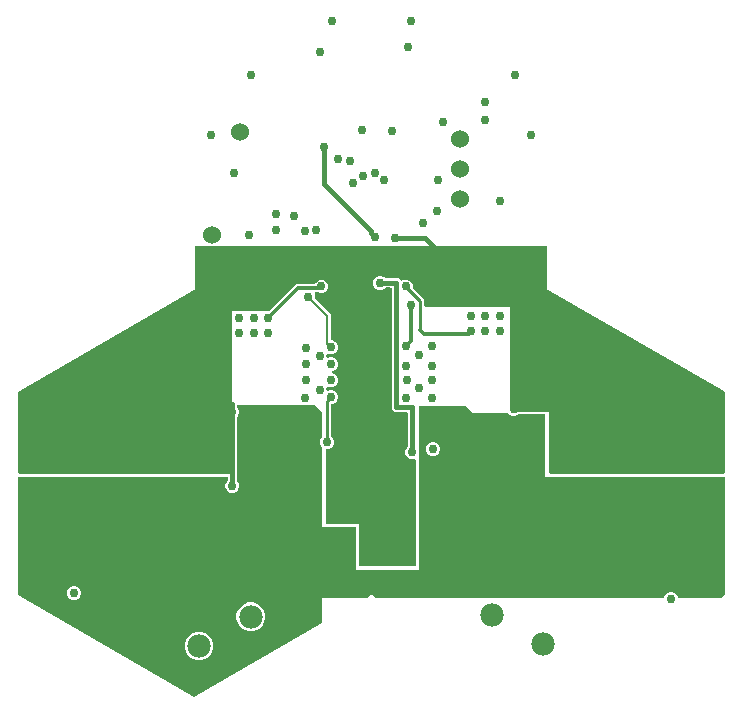
<source format=gbr>
G04 EAGLE Gerber RS-274X export*
G75*
%MOMM*%
%FSLAX34Y34*%
%LPD*%
%INCopper Layer 2*%
%IPPOS*%
%AMOC8*
5,1,8,0,0,1.08239X$1,22.5*%
G01*
%ADD10C,1.530000*%
%ADD11C,1.524000*%
%ADD12C,1.981200*%
%ADD13C,0.756400*%
%ADD14C,0.406400*%
%ADD15C,0.304800*%
%ADD16C,0.254000*%
%ADD17C,0.190500*%

G36*
X-149882Y-85649D02*
X-149882Y-85649D01*
X-149826Y-85651D01*
X-149761Y-85632D01*
X-149693Y-85622D01*
X-149622Y-85591D01*
X-149590Y-85582D01*
X-149573Y-85569D01*
X-149540Y-85555D01*
X-41688Y-23289D01*
X-41636Y-23246D01*
X-41578Y-23211D01*
X-41541Y-23168D01*
X-41498Y-23133D01*
X-41462Y-23076D01*
X-41418Y-23024D01*
X-41397Y-22972D01*
X-41367Y-22924D01*
X-41351Y-22859D01*
X-41326Y-22796D01*
X-41317Y-22717D01*
X-41310Y-22685D01*
X-41311Y-22665D01*
X-41308Y-22629D01*
X-41308Y-1555D01*
X-4247Y-1555D01*
X-4134Y-1537D01*
X-4020Y-1520D01*
X-4011Y-1516D01*
X-4005Y-1515D01*
X-3985Y-1505D01*
X-3867Y-1453D01*
X-710Y369D01*
X-621Y442D01*
X-531Y513D01*
X-525Y521D01*
X-520Y525D01*
X-508Y544D01*
X-495Y563D01*
X-369Y596D01*
X-355Y603D01*
X-339Y605D01*
X-186Y672D01*
X-72Y738D01*
X12Y729D01*
X26Y729D01*
X32Y730D01*
X50Y728D01*
X60Y729D01*
X66Y728D01*
X88Y733D01*
X111Y737D01*
X223Y672D01*
X238Y667D01*
X251Y657D01*
X407Y596D01*
X541Y560D01*
X542Y559D01*
X613Y469D01*
X621Y463D01*
X625Y458D01*
X644Y446D01*
X748Y369D01*
X3904Y-1453D01*
X4012Y-1494D01*
X4118Y-1537D01*
X4128Y-1538D01*
X4134Y-1540D01*
X4157Y-1541D01*
X4285Y-1555D01*
X247540Y-1555D01*
X247655Y-1536D01*
X247771Y-1519D01*
X247776Y-1516D01*
X247783Y-1515D01*
X247885Y-1461D01*
X247990Y-1408D01*
X247994Y-1403D01*
X248000Y-1400D01*
X248080Y-1316D01*
X248162Y-1232D01*
X248166Y-1225D01*
X248169Y-1222D01*
X248177Y-1205D01*
X248243Y-1085D01*
X249071Y913D01*
X250706Y2548D01*
X252843Y3433D01*
X255157Y3433D01*
X257294Y2548D01*
X258929Y913D01*
X259757Y-1085D01*
X259818Y-1184D01*
X259878Y-1285D01*
X259883Y-1289D01*
X259887Y-1294D01*
X259977Y-1369D01*
X260065Y-1445D01*
X260071Y-1447D01*
X260076Y-1451D01*
X260184Y-1493D01*
X260294Y-1537D01*
X260301Y-1537D01*
X260306Y-1539D01*
X260324Y-1540D01*
X260460Y-1555D01*
X295753Y-1555D01*
X295866Y-1537D01*
X295980Y-1520D01*
X295989Y-1516D01*
X295995Y-1515D01*
X296015Y-1505D01*
X296133Y-1453D01*
X298883Y135D01*
X298936Y178D01*
X298994Y212D01*
X299030Y255D01*
X299074Y291D01*
X299110Y348D01*
X299154Y399D01*
X299175Y451D01*
X299204Y499D01*
X299220Y565D01*
X299246Y627D01*
X299254Y706D01*
X299262Y738D01*
X299260Y759D01*
X299264Y794D01*
X299264Y100013D01*
X299261Y100032D01*
X299263Y100052D01*
X299241Y100153D01*
X299224Y100255D01*
X299215Y100273D01*
X299211Y100292D01*
X299158Y100381D01*
X299109Y100473D01*
X299095Y100486D01*
X299085Y100503D01*
X299006Y100571D01*
X298931Y100642D01*
X298913Y100650D01*
X298898Y100663D01*
X298801Y100702D01*
X298708Y100746D01*
X298688Y100748D01*
X298669Y100755D01*
X298503Y100774D01*
X147605Y100774D01*
X147605Y153130D01*
X147602Y153150D01*
X147604Y153170D01*
X147582Y153271D01*
X147565Y153373D01*
X147556Y153391D01*
X147552Y153410D01*
X147499Y153499D01*
X147450Y153590D01*
X147436Y153604D01*
X147426Y153621D01*
X147347Y153689D01*
X147272Y153760D01*
X147254Y153768D01*
X147239Y153781D01*
X147142Y153820D01*
X147049Y153863D01*
X147029Y153866D01*
X147010Y153873D01*
X146844Y153892D01*
X125099Y153892D01*
X125009Y153877D01*
X124918Y153870D01*
X124888Y153857D01*
X124856Y153852D01*
X124775Y153809D01*
X124692Y153773D01*
X124659Y153748D01*
X124639Y153737D01*
X124617Y153713D01*
X124561Y153669D01*
X123919Y153027D01*
X121782Y152142D01*
X119468Y152142D01*
X117331Y153027D01*
X115832Y154526D01*
X115758Y154579D01*
X115689Y154638D01*
X115659Y154650D01*
X115632Y154669D01*
X115545Y154696D01*
X115461Y154730D01*
X115420Y154735D01*
X115397Y154742D01*
X115365Y154741D01*
X115294Y154749D01*
X86040Y154749D01*
X79913Y160876D01*
X79839Y160929D01*
X79770Y160988D01*
X79740Y161001D01*
X79714Y161019D01*
X79627Y161046D01*
X79542Y161080D01*
X79501Y161085D01*
X79478Y161092D01*
X79446Y161091D01*
X79375Y161099D01*
X41275Y161099D01*
X41255Y161096D01*
X41236Y161098D01*
X41134Y161076D01*
X41032Y161059D01*
X41015Y161050D01*
X40995Y161045D01*
X40906Y160992D01*
X40815Y160944D01*
X40801Y160930D01*
X40784Y160919D01*
X40717Y160841D01*
X40646Y160766D01*
X40637Y160748D01*
X40624Y160732D01*
X40585Y160636D01*
X40542Y160543D01*
X40540Y160523D01*
X40532Y160504D01*
X40514Y160338D01*
X40514Y123297D01*
X40519Y123264D01*
X40518Y123251D01*
X40524Y123220D01*
X40525Y123167D01*
X40548Y123087D01*
X40554Y123055D01*
X40563Y123037D01*
X40569Y123015D01*
X40570Y123010D01*
X40571Y123009D01*
X40572Y123006D01*
X40740Y122600D01*
X40740Y120287D01*
X40572Y119881D01*
X40557Y119818D01*
X40532Y119757D01*
X40523Y119674D01*
X40516Y119642D01*
X40517Y119623D01*
X40514Y119590D01*
X40514Y22193D01*
X-12733Y22193D01*
X-12733Y57150D01*
X-12736Y57170D01*
X-12734Y57189D01*
X-12756Y57291D01*
X-12772Y57393D01*
X-12782Y57410D01*
X-12786Y57430D01*
X-12839Y57519D01*
X-12887Y57610D01*
X-12902Y57624D01*
X-12912Y57641D01*
X-12991Y57708D01*
X-13066Y57780D01*
X-13084Y57788D01*
X-13099Y57801D01*
X-13195Y57840D01*
X-13289Y57883D01*
X-13309Y57885D01*
X-13327Y57893D01*
X-13494Y57911D01*
X-41308Y57911D01*
X-41308Y125638D01*
X-41322Y125728D01*
X-41329Y125819D01*
X-41342Y125848D01*
X-41347Y125880D01*
X-41390Y125961D01*
X-41426Y126045D01*
X-41451Y126077D01*
X-41462Y126098D01*
X-41486Y126120D01*
X-41530Y126176D01*
X-42127Y126773D01*
X-43013Y128910D01*
X-43013Y131223D01*
X-42127Y133360D01*
X-41530Y133957D01*
X-41477Y134031D01*
X-41418Y134101D01*
X-41406Y134131D01*
X-41387Y134157D01*
X-41360Y134244D01*
X-41326Y134329D01*
X-41321Y134370D01*
X-41315Y134392D01*
X-41315Y134424D01*
X-41308Y134496D01*
X-41308Y154781D01*
X-41322Y154871D01*
X-41329Y154962D01*
X-41342Y154992D01*
X-41347Y155024D01*
X-41390Y155105D01*
X-41426Y155189D01*
X-41451Y155221D01*
X-41462Y155241D01*
X-41486Y155264D01*
X-41530Y155320D01*
X-47880Y161670D01*
X-47954Y161723D01*
X-48024Y161782D01*
X-48054Y161794D01*
X-48080Y161813D01*
X-48167Y161840D01*
X-48252Y161874D01*
X-48293Y161879D01*
X-48315Y161885D01*
X-48347Y161885D01*
X-48419Y161893D01*
X-53709Y161893D01*
X-53774Y161882D01*
X-53839Y161881D01*
X-53919Y161858D01*
X-53952Y161853D01*
X-53969Y161844D01*
X-54000Y161835D01*
X-54406Y161667D01*
X-56719Y161667D01*
X-57125Y161835D01*
X-57188Y161849D01*
X-57249Y161874D01*
X-57332Y161883D01*
X-57364Y161891D01*
X-57384Y161889D01*
X-57416Y161893D01*
X-112624Y161893D01*
X-112644Y161889D01*
X-112663Y161891D01*
X-112765Y161869D01*
X-112867Y161853D01*
X-112884Y161843D01*
X-112904Y161839D01*
X-112993Y161786D01*
X-113084Y161738D01*
X-113098Y161723D01*
X-113115Y161713D01*
X-113182Y161634D01*
X-113254Y161559D01*
X-113262Y161541D01*
X-113275Y161526D01*
X-113314Y161430D01*
X-113357Y161336D01*
X-113359Y161317D01*
X-113367Y161298D01*
X-113385Y161131D01*
X-113385Y160049D01*
X-113371Y159959D01*
X-113363Y159868D01*
X-113351Y159838D01*
X-113346Y159806D01*
X-113303Y159725D01*
X-113267Y159642D01*
X-113241Y159609D01*
X-113230Y159589D01*
X-113207Y159567D01*
X-113162Y159511D01*
X-112521Y158869D01*
X-111635Y156732D01*
X-111635Y154418D01*
X-112521Y152281D01*
X-113162Y151639D01*
X-113215Y151565D01*
X-113275Y151496D01*
X-113287Y151466D01*
X-113306Y151440D01*
X-113333Y151353D01*
X-113341Y151331D01*
X-113357Y151297D01*
X-113358Y151290D01*
X-113367Y151268D01*
X-113371Y151227D01*
X-113378Y151205D01*
X-113377Y151172D01*
X-113385Y151101D01*
X-113385Y97549D01*
X-113371Y97459D01*
X-113363Y97368D01*
X-113351Y97338D01*
X-113346Y97306D01*
X-113303Y97225D01*
X-113267Y97142D01*
X-113241Y97109D01*
X-113230Y97089D01*
X-113207Y97067D01*
X-113162Y97011D01*
X-112546Y96394D01*
X-111660Y94257D01*
X-111660Y91943D01*
X-112546Y89806D01*
X-114181Y88171D01*
X-116318Y87285D01*
X-118632Y87285D01*
X-120769Y88171D01*
X-122404Y89806D01*
X-123290Y91943D01*
X-123290Y94257D01*
X-122404Y96394D01*
X-121738Y97061D01*
X-121685Y97135D01*
X-121625Y97204D01*
X-121613Y97234D01*
X-121594Y97260D01*
X-121567Y97347D01*
X-121533Y97432D01*
X-121529Y97473D01*
X-121522Y97495D01*
X-121523Y97528D01*
X-121515Y97599D01*
X-121515Y100013D01*
X-121518Y100032D01*
X-121516Y100052D01*
X-121538Y100153D01*
X-121554Y100255D01*
X-121564Y100273D01*
X-121568Y100292D01*
X-121621Y100381D01*
X-121670Y100473D01*
X-121684Y100486D01*
X-121694Y100503D01*
X-121773Y100571D01*
X-121848Y100642D01*
X-121866Y100650D01*
X-121881Y100663D01*
X-121977Y100702D01*
X-122071Y100746D01*
X-122091Y100748D01*
X-122109Y100755D01*
X-122276Y100774D01*
X-298465Y100774D01*
X-298485Y100771D01*
X-298505Y100773D01*
X-298606Y100751D01*
X-298708Y100734D01*
X-298726Y100725D01*
X-298745Y100720D01*
X-298834Y100667D01*
X-298925Y100619D01*
X-298939Y100604D01*
X-298956Y100594D01*
X-299024Y100516D01*
X-299095Y100441D01*
X-299103Y100423D01*
X-299116Y100407D01*
X-299155Y100311D01*
X-299198Y100217D01*
X-299201Y100198D01*
X-299208Y100179D01*
X-299227Y100012D01*
X-299227Y1229D01*
X-299216Y1163D01*
X-299215Y1096D01*
X-299196Y1042D01*
X-299187Y986D01*
X-299155Y927D01*
X-299133Y864D01*
X-299098Y819D01*
X-299072Y769D01*
X-299023Y723D01*
X-298982Y670D01*
X-298917Y622D01*
X-298893Y600D01*
X-298875Y591D01*
X-298847Y570D01*
X-150302Y-85554D01*
X-150238Y-85578D01*
X-150179Y-85612D01*
X-150124Y-85622D01*
X-150072Y-85641D01*
X-150004Y-85644D01*
X-149937Y-85657D01*
X-149882Y-85649D01*
G37*
G36*
X36631Y24939D02*
X36631Y24939D01*
X36749Y24947D01*
X36788Y24959D01*
X36828Y24964D01*
X36939Y25008D01*
X37052Y25045D01*
X37086Y25067D01*
X37124Y25081D01*
X37220Y25151D01*
X37321Y25215D01*
X37348Y25244D01*
X37381Y25268D01*
X37457Y25360D01*
X37539Y25447D01*
X37558Y25482D01*
X37584Y25513D01*
X37635Y25621D01*
X37692Y25725D01*
X37702Y25764D01*
X37719Y25801D01*
X37742Y25918D01*
X37772Y26033D01*
X37775Y26093D01*
X37779Y26113D01*
X37778Y26134D01*
X37782Y26194D01*
X37782Y114434D01*
X37776Y114483D01*
X37778Y114533D01*
X37756Y114640D01*
X37742Y114749D01*
X37724Y114795D01*
X37714Y114844D01*
X37665Y114943D01*
X37625Y115045D01*
X37596Y115085D01*
X37574Y115130D01*
X37503Y115213D01*
X37438Y115302D01*
X37400Y115334D01*
X37367Y115372D01*
X37278Y115435D01*
X37193Y115505D01*
X37148Y115526D01*
X37107Y115555D01*
X37005Y115594D01*
X36905Y115641D01*
X36857Y115650D01*
X36810Y115668D01*
X36701Y115680D01*
X36593Y115700D01*
X36543Y115697D01*
X36494Y115703D01*
X36385Y115687D01*
X36276Y115681D01*
X36228Y115665D01*
X36179Y115658D01*
X36093Y115629D01*
X33768Y115629D01*
X31631Y116514D01*
X29995Y118150D01*
X29110Y120287D01*
X29110Y122600D01*
X29995Y124738D01*
X30489Y125231D01*
X30549Y125309D01*
X30617Y125381D01*
X30646Y125434D01*
X30683Y125482D01*
X30723Y125573D01*
X30771Y125659D01*
X30786Y125718D01*
X30810Y125774D01*
X30825Y125872D01*
X30850Y125967D01*
X30856Y126067D01*
X30860Y126088D01*
X30858Y126100D01*
X30860Y126128D01*
X30860Y154301D01*
X30845Y154419D01*
X30838Y154538D01*
X30825Y154577D01*
X30820Y154617D01*
X30777Y154728D01*
X30740Y154841D01*
X30718Y154875D01*
X30703Y154912D01*
X30634Y155009D01*
X30570Y155109D01*
X30540Y155137D01*
X30517Y155170D01*
X30425Y155246D01*
X30338Y155327D01*
X30303Y155347D01*
X30272Y155373D01*
X30164Y155423D01*
X30060Y155481D01*
X30020Y155491D01*
X29984Y155508D01*
X29867Y155531D01*
X29752Y155560D01*
X29692Y155564D01*
X29672Y155568D01*
X29651Y155567D01*
X29591Y155571D01*
X19748Y155571D01*
X17367Y157952D01*
X17367Y259779D01*
X17352Y259897D01*
X17344Y260015D01*
X17332Y260054D01*
X17327Y260094D01*
X17283Y260205D01*
X17246Y260318D01*
X17225Y260352D01*
X17210Y260390D01*
X17140Y260486D01*
X17076Y260587D01*
X17047Y260614D01*
X17023Y260647D01*
X16931Y260723D01*
X16844Y260805D01*
X16809Y260824D01*
X16778Y260850D01*
X16670Y260901D01*
X16566Y260958D01*
X16527Y260968D01*
X16490Y260985D01*
X16373Y261008D01*
X16258Y261038D01*
X16198Y261041D01*
X16178Y261045D01*
X16157Y261044D01*
X16097Y261048D01*
X12272Y261048D01*
X12174Y261035D01*
X12075Y261032D01*
X12016Y261016D01*
X11956Y261008D01*
X11864Y260971D01*
X11769Y260944D01*
X11717Y260913D01*
X11661Y260891D01*
X11581Y260833D01*
X11495Y260782D01*
X11420Y260716D01*
X11403Y260704D01*
X11395Y260695D01*
X11374Y260676D01*
X10881Y260183D01*
X8744Y259298D01*
X6431Y259298D01*
X4294Y260183D01*
X2658Y261819D01*
X1773Y263956D01*
X1773Y266269D01*
X2658Y268406D01*
X4294Y270042D01*
X6431Y270927D01*
X8744Y270927D01*
X10881Y270042D01*
X11374Y269549D01*
X11453Y269488D01*
X11525Y269420D01*
X11578Y269391D01*
X11626Y269354D01*
X11717Y269315D01*
X11803Y269267D01*
X11862Y269252D01*
X11917Y269228D01*
X12015Y269212D01*
X12111Y269187D01*
X12211Y269181D01*
X12232Y269178D01*
X12244Y269179D01*
X12272Y269177D01*
X23115Y269177D01*
X25016Y267276D01*
X25039Y267258D01*
X25058Y267236D01*
X25164Y267161D01*
X25267Y267081D01*
X25294Y267070D01*
X25318Y267053D01*
X25440Y267007D01*
X25559Y266955D01*
X25588Y266950D01*
X25616Y266940D01*
X25745Y266926D01*
X25873Y266905D01*
X25902Y266908D01*
X25932Y266905D01*
X26060Y266923D01*
X26190Y266935D01*
X26217Y266945D01*
X26247Y266949D01*
X26399Y267001D01*
X28212Y267752D01*
X30525Y267752D01*
X32663Y266867D01*
X34298Y265231D01*
X35183Y263094D01*
X35183Y260934D01*
X35196Y260836D01*
X35199Y260737D01*
X35216Y260679D01*
X35223Y260619D01*
X35260Y260526D01*
X35287Y260431D01*
X35318Y260379D01*
X35340Y260323D01*
X35398Y260243D01*
X35449Y260157D01*
X35515Y260082D01*
X35527Y260065D01*
X35537Y260058D01*
X35555Y260037D01*
X44701Y250891D01*
X44701Y246063D01*
X44716Y245944D01*
X44723Y245826D01*
X44736Y245787D01*
X44741Y245747D01*
X44785Y245636D01*
X44821Y245523D01*
X44843Y245489D01*
X44858Y245451D01*
X44928Y245355D01*
X44991Y245254D01*
X45021Y245227D01*
X45045Y245194D01*
X45136Y245118D01*
X45223Y245036D01*
X45259Y245017D01*
X45290Y244991D01*
X45397Y244940D01*
X45502Y244883D01*
X45541Y244873D01*
X45577Y244856D01*
X45694Y244833D01*
X45810Y244803D01*
X45870Y244800D01*
X45890Y244796D01*
X45910Y244797D01*
X45970Y244793D01*
X117793Y244793D01*
X117793Y158750D01*
X117808Y158632D01*
X117816Y158513D01*
X117828Y158475D01*
X117833Y158434D01*
X117877Y158324D01*
X117914Y158211D01*
X117935Y158176D01*
X117950Y158139D01*
X118020Y158043D01*
X118084Y157942D01*
X118113Y157914D01*
X118137Y157881D01*
X118229Y157806D01*
X118315Y157724D01*
X118351Y157704D01*
X118382Y157679D01*
X118490Y157628D01*
X118594Y157570D01*
X118633Y157560D01*
X118670Y157543D01*
X118786Y157521D01*
X118902Y157491D01*
X118962Y157487D01*
X118982Y157483D01*
X119002Y157485D01*
X119063Y157481D01*
X150337Y157481D01*
X150337Y104775D01*
X150352Y104657D01*
X150359Y104538D01*
X150372Y104500D01*
X150377Y104459D01*
X150421Y104349D01*
X150457Y104236D01*
X150479Y104201D01*
X150494Y104164D01*
X150564Y104068D01*
X150628Y103967D01*
X150657Y103939D01*
X150681Y103906D01*
X150772Y103831D01*
X150859Y103749D01*
X150895Y103729D01*
X150926Y103704D01*
X151033Y103653D01*
X151138Y103595D01*
X151177Y103585D01*
X151213Y103568D01*
X151330Y103546D01*
X151446Y103516D01*
X151506Y103512D01*
X151526Y103508D01*
X151546Y103510D01*
X151606Y103506D01*
X297995Y103506D01*
X298113Y103521D01*
X298232Y103528D01*
X298270Y103541D01*
X298310Y103546D01*
X298421Y103589D01*
X298534Y103626D01*
X298568Y103648D01*
X298606Y103663D01*
X298702Y103733D01*
X298803Y103796D01*
X298831Y103826D01*
X298863Y103849D01*
X298939Y103941D01*
X299021Y104028D01*
X299040Y104063D01*
X299066Y104094D01*
X299117Y104202D01*
X299174Y104306D01*
X299184Y104346D01*
X299202Y104382D01*
X299224Y104499D01*
X299254Y104614D01*
X299258Y104675D01*
X299261Y104695D01*
X299260Y104715D01*
X299264Y104775D01*
X299264Y171950D01*
X299251Y172055D01*
X299246Y172161D01*
X299231Y172212D01*
X299224Y172266D01*
X299185Y172364D01*
X299155Y172465D01*
X299127Y172511D01*
X299107Y172561D01*
X299045Y172647D01*
X298990Y172737D01*
X298952Y172775D01*
X298920Y172819D01*
X298839Y172886D01*
X298763Y172960D01*
X298692Y173008D01*
X298675Y173022D01*
X298661Y173028D01*
X298629Y173049D01*
X150111Y258794D01*
X150026Y258830D01*
X149945Y258874D01*
X149880Y258891D01*
X149818Y258917D01*
X149742Y258928D01*
X149674Y258997D01*
X149606Y259049D01*
X149545Y259109D01*
X149431Y259185D01*
X149422Y259192D01*
X149418Y259193D01*
X149411Y259198D01*
X149330Y259245D01*
X149310Y259294D01*
X149264Y259356D01*
X149264Y259452D01*
X149253Y259537D01*
X149252Y259623D01*
X149226Y259757D01*
X149224Y259768D01*
X149223Y259772D01*
X149221Y259781D01*
X149197Y259871D01*
X149217Y259920D01*
X149231Y260011D01*
X149254Y260100D01*
X149261Y260217D01*
X149264Y260234D01*
X149263Y260243D01*
X149264Y260261D01*
X149264Y295275D01*
X149249Y295393D01*
X149242Y295512D01*
X149229Y295550D01*
X149224Y295591D01*
X149180Y295701D01*
X149144Y295814D01*
X149122Y295849D01*
X149107Y295886D01*
X149037Y295982D01*
X148974Y296083D01*
X148944Y296111D01*
X148920Y296144D01*
X148829Y296220D01*
X148742Y296301D01*
X148706Y296321D01*
X148675Y296346D01*
X148568Y296397D01*
X148463Y296455D01*
X148424Y296465D01*
X148388Y296482D01*
X148271Y296504D01*
X148155Y296534D01*
X148095Y296538D01*
X148075Y296542D01*
X148055Y296540D01*
X147995Y296544D01*
X-131230Y296544D01*
X-131239Y296543D01*
X-131249Y296544D01*
X-131398Y296523D01*
X-131546Y296504D01*
X-131554Y296501D01*
X-131564Y296500D01*
X-131716Y296448D01*
X-133012Y295911D01*
X-136863Y295911D01*
X-138159Y296448D01*
X-138168Y296450D01*
X-138175Y296454D01*
X-138176Y296454D01*
X-138176Y296455D01*
X-138321Y296492D01*
X-138466Y296532D01*
X-138475Y296532D01*
X-138484Y296534D01*
X-138645Y296544D01*
X-147949Y296544D01*
X-148067Y296529D01*
X-148186Y296522D01*
X-148225Y296509D01*
X-148265Y296504D01*
X-148376Y296461D01*
X-148489Y296424D01*
X-148523Y296402D01*
X-148560Y296387D01*
X-148657Y296318D01*
X-148757Y296254D01*
X-148785Y296224D01*
X-148818Y296201D01*
X-148894Y296109D01*
X-148975Y296022D01*
X-148995Y295987D01*
X-149021Y295956D01*
X-149071Y295848D01*
X-149129Y295744D01*
X-149139Y295704D01*
X-149156Y295668D01*
X-149179Y295551D01*
X-149208Y295436D01*
X-149212Y295376D01*
X-149216Y295356D01*
X-149215Y295335D01*
X-149219Y295275D01*
X-149219Y260247D01*
X-149207Y260156D01*
X-149205Y260063D01*
X-149187Y259998D01*
X-149179Y259932D01*
X-149157Y259878D01*
X-149175Y259811D01*
X-149187Y259726D01*
X-149208Y259643D01*
X-149217Y259506D01*
X-149218Y259496D01*
X-149218Y259491D01*
X-149219Y259482D01*
X-149219Y259361D01*
X-149222Y259355D01*
X-149263Y259302D01*
X-149286Y259249D01*
X-149346Y259214D01*
X-149415Y259162D01*
X-149488Y259118D01*
X-149591Y259028D01*
X-149600Y259022D01*
X-149602Y259018D01*
X-149609Y259012D01*
X-149695Y258926D01*
X-149702Y258925D01*
X-149768Y258916D01*
X-149854Y258882D01*
X-149943Y258857D01*
X-150048Y258805D01*
X-150064Y258799D01*
X-150071Y258794D01*
X-150087Y258786D01*
X-182028Y240346D01*
X-182029Y240345D01*
X-182032Y240343D01*
X-298596Y172502D01*
X-298678Y172439D01*
X-298765Y172384D01*
X-298804Y172343D01*
X-298848Y172309D01*
X-298912Y172227D01*
X-298983Y172152D01*
X-299010Y172103D01*
X-299045Y172059D01*
X-299087Y171964D01*
X-299137Y171874D01*
X-299151Y171819D01*
X-299174Y171768D01*
X-299190Y171666D01*
X-299216Y171566D01*
X-299222Y171475D01*
X-299226Y171454D01*
X-299224Y171440D01*
X-299227Y171405D01*
X-299227Y104775D01*
X-299212Y104657D01*
X-299204Y104538D01*
X-299192Y104500D01*
X-299187Y104459D01*
X-299143Y104349D01*
X-299106Y104236D01*
X-299085Y104201D01*
X-299070Y104164D01*
X-299000Y104068D01*
X-298936Y103967D01*
X-298907Y103939D01*
X-298883Y103906D01*
X-298791Y103831D01*
X-298704Y103749D01*
X-298669Y103729D01*
X-298638Y103704D01*
X-298530Y103653D01*
X-298426Y103595D01*
X-298387Y103585D01*
X-298350Y103568D01*
X-298233Y103546D01*
X-298118Y103516D01*
X-298058Y103512D01*
X-298038Y103508D01*
X-298017Y103510D01*
X-297957Y103506D01*
X-119063Y103506D01*
X-118944Y103521D01*
X-118826Y103528D01*
X-118787Y103541D01*
X-118747Y103546D01*
X-118636Y103589D01*
X-118523Y103626D01*
X-118489Y103648D01*
X-118451Y103663D01*
X-118355Y103733D01*
X-118254Y103796D01*
X-118227Y103826D01*
X-118194Y103849D01*
X-118118Y103941D01*
X-118036Y104028D01*
X-118017Y104063D01*
X-117991Y104094D01*
X-117940Y104202D01*
X-117883Y104306D01*
X-117873Y104346D01*
X-117856Y104382D01*
X-117833Y104499D01*
X-117803Y104614D01*
X-117800Y104675D01*
X-117796Y104695D01*
X-117797Y104715D01*
X-117793Y104775D01*
X-117793Y240774D01*
X-86998Y240818D01*
X-86901Y240831D01*
X-86803Y240834D01*
X-86744Y240851D01*
X-86683Y240858D01*
X-86591Y240895D01*
X-86497Y240922D01*
X-86444Y240953D01*
X-86387Y240976D01*
X-86308Y241034D01*
X-86223Y241083D01*
X-86146Y241151D01*
X-86130Y241163D01*
X-86123Y241172D01*
X-86103Y241190D01*
X-63071Y264222D01*
X-48264Y264222D01*
X-48235Y264225D01*
X-48206Y264223D01*
X-48078Y264245D01*
X-47949Y264262D01*
X-47921Y264272D01*
X-47892Y264278D01*
X-47774Y264331D01*
X-47653Y264379D01*
X-47629Y264396D01*
X-47602Y264408D01*
X-47501Y264489D01*
X-47396Y264565D01*
X-47377Y264588D01*
X-47354Y264607D01*
X-47276Y264711D01*
X-47193Y264810D01*
X-47181Y264837D01*
X-47163Y264861D01*
X-47092Y265005D01*
X-46998Y265231D01*
X-45363Y266867D01*
X-43225Y267752D01*
X-40912Y267752D01*
X-38775Y266867D01*
X-37139Y265231D01*
X-36254Y263094D01*
X-36254Y260781D01*
X-37139Y258644D01*
X-38775Y257008D01*
X-40912Y256123D01*
X-43225Y256123D01*
X-45371Y257012D01*
X-45380Y257014D01*
X-45388Y257019D01*
X-45534Y257056D01*
X-45678Y257096D01*
X-45687Y257096D01*
X-45696Y257098D01*
X-45857Y257108D01*
X-46527Y257108D01*
X-46576Y257102D01*
X-46625Y257104D01*
X-46733Y257082D01*
X-46842Y257068D01*
X-46888Y257050D01*
X-46937Y257040D01*
X-47036Y256992D01*
X-47138Y256951D01*
X-47178Y256922D01*
X-47223Y256900D01*
X-47306Y256829D01*
X-47395Y256765D01*
X-47427Y256726D01*
X-47465Y256694D01*
X-47528Y256604D01*
X-47598Y256520D01*
X-47619Y256475D01*
X-47648Y256434D01*
X-47687Y256331D01*
X-47733Y256232D01*
X-47743Y256183D01*
X-47760Y256137D01*
X-47773Y256027D01*
X-47793Y255920D01*
X-47790Y255870D01*
X-47796Y255821D01*
X-47780Y255712D01*
X-47773Y255602D01*
X-47758Y255555D01*
X-47751Y255506D01*
X-47699Y255353D01*
X-47339Y254484D01*
X-47339Y252260D01*
X-47327Y252162D01*
X-47324Y252063D01*
X-47307Y252004D01*
X-47299Y251944D01*
X-47263Y251852D01*
X-47235Y251757D01*
X-47204Y251705D01*
X-47182Y251649D01*
X-47124Y251569D01*
X-47074Y251483D01*
X-47007Y251408D01*
X-46995Y251391D01*
X-46986Y251383D01*
X-46967Y251362D01*
X-33994Y238389D01*
X-33994Y217428D01*
X-33989Y217386D01*
X-33990Y217369D01*
X-33979Y217304D01*
X-33972Y217191D01*
X-33959Y217152D01*
X-33954Y217112D01*
X-33939Y217073D01*
X-33936Y217056D01*
X-33908Y216994D01*
X-33874Y216888D01*
X-33852Y216854D01*
X-33837Y216817D01*
X-33813Y216783D01*
X-33805Y216766D01*
X-33762Y216711D01*
X-33704Y216620D01*
X-33674Y216592D01*
X-33650Y216559D01*
X-33620Y216534D01*
X-33606Y216517D01*
X-33548Y216473D01*
X-33472Y216402D01*
X-33436Y216382D01*
X-33405Y216356D01*
X-33372Y216340D01*
X-33352Y216326D01*
X-33208Y216255D01*
X-33200Y216252D01*
X-33193Y216248D01*
X-33187Y216247D01*
X-30837Y215273D01*
X-29202Y213638D01*
X-28317Y211500D01*
X-28317Y209187D01*
X-29202Y207050D01*
X-30837Y205414D01*
X-32975Y204529D01*
X-35288Y204529D01*
X-36087Y204860D01*
X-36135Y204873D01*
X-36179Y204894D01*
X-36287Y204915D01*
X-36393Y204944D01*
X-36443Y204945D01*
X-36492Y204954D01*
X-36601Y204947D01*
X-36711Y204949D01*
X-36760Y204937D01*
X-36809Y204934D01*
X-36914Y204900D01*
X-37021Y204875D01*
X-37064Y204851D01*
X-37112Y204836D01*
X-37205Y204777D01*
X-37302Y204726D01*
X-37338Y204693D01*
X-37380Y204666D01*
X-37456Y204586D01*
X-37537Y204512D01*
X-37564Y204470D01*
X-37598Y204434D01*
X-37651Y204338D01*
X-37712Y204246D01*
X-37728Y204199D01*
X-37752Y204156D01*
X-37779Y204050D01*
X-37815Y203946D01*
X-37819Y203896D01*
X-37831Y203848D01*
X-37842Y203687D01*
X-37842Y202713D01*
X-37835Y202663D01*
X-37838Y202614D01*
X-37815Y202506D01*
X-37802Y202397D01*
X-37783Y202351D01*
X-37773Y202302D01*
X-37725Y202204D01*
X-37685Y202102D01*
X-37656Y202061D01*
X-37634Y202017D01*
X-37562Y201933D01*
X-37498Y201844D01*
X-37459Y201813D01*
X-37427Y201775D01*
X-37338Y201712D01*
X-37253Y201641D01*
X-37208Y201620D01*
X-37167Y201592D01*
X-37064Y201553D01*
X-36965Y201506D01*
X-36916Y201497D01*
X-36870Y201479D01*
X-36760Y201467D01*
X-36653Y201446D01*
X-36603Y201449D01*
X-36554Y201444D01*
X-36445Y201459D01*
X-36335Y201466D01*
X-36288Y201481D01*
X-36239Y201488D01*
X-36087Y201540D01*
X-35288Y201871D01*
X-32975Y201871D01*
X-30837Y200986D01*
X-29202Y199350D01*
X-28317Y197213D01*
X-28317Y194900D01*
X-29202Y192762D01*
X-30837Y191127D01*
X-32394Y190482D01*
X-32515Y190413D01*
X-32638Y190348D01*
X-32653Y190335D01*
X-32670Y190324D01*
X-32770Y190227D01*
X-32873Y190134D01*
X-32884Y190117D01*
X-32899Y190103D01*
X-32972Y189984D01*
X-33048Y189868D01*
X-33054Y189849D01*
X-33065Y189832D01*
X-33106Y189699D01*
X-33151Y189568D01*
X-33153Y189547D01*
X-33159Y189528D01*
X-33165Y189389D01*
X-33176Y189251D01*
X-33173Y189231D01*
X-33174Y189210D01*
X-33146Y189074D01*
X-33122Y188937D01*
X-33114Y188919D01*
X-33109Y188899D01*
X-33048Y188774D01*
X-32991Y188647D01*
X-32979Y188631D01*
X-32970Y188613D01*
X-32879Y188507D01*
X-32793Y188399D01*
X-32777Y188387D01*
X-32763Y188371D01*
X-32649Y188291D01*
X-32539Y188208D01*
X-32513Y188195D01*
X-32503Y188188D01*
X-32484Y188181D01*
X-32394Y188137D01*
X-30837Y187492D01*
X-29202Y185856D01*
X-28317Y183719D01*
X-28317Y181406D01*
X-29202Y179269D01*
X-30837Y177633D01*
X-32975Y176748D01*
X-35288Y176748D01*
X-36087Y177079D01*
X-36135Y177092D01*
X-36179Y177113D01*
X-36287Y177134D01*
X-36393Y177163D01*
X-36443Y177163D01*
X-36492Y177173D01*
X-36601Y177166D01*
X-36711Y177168D01*
X-36760Y177156D01*
X-36809Y177153D01*
X-36914Y177119D01*
X-37020Y177093D01*
X-37064Y177070D01*
X-37112Y177055D01*
X-37204Y176996D01*
X-37302Y176945D01*
X-37338Y176911D01*
X-37380Y176885D01*
X-37456Y176805D01*
X-37537Y176731D01*
X-37564Y176689D01*
X-37598Y176653D01*
X-37651Y176557D01*
X-37712Y176465D01*
X-37728Y176418D01*
X-37752Y176375D01*
X-37779Y176268D01*
X-37815Y176164D01*
X-37819Y176115D01*
X-37831Y176067D01*
X-37842Y175906D01*
X-37842Y174932D01*
X-37835Y174882D01*
X-37838Y174833D01*
X-37815Y174725D01*
X-37802Y174616D01*
X-37783Y174570D01*
X-37773Y174521D01*
X-37725Y174422D01*
X-37685Y174320D01*
X-37656Y174280D01*
X-37634Y174235D01*
X-37562Y174152D01*
X-37498Y174063D01*
X-37459Y174031D01*
X-37427Y173993D01*
X-37338Y173930D01*
X-37253Y173860D01*
X-37208Y173839D01*
X-37167Y173810D01*
X-37064Y173771D01*
X-36965Y173725D01*
X-36916Y173715D01*
X-36870Y173698D01*
X-36760Y173685D01*
X-36653Y173665D01*
X-36603Y173668D01*
X-36554Y173662D01*
X-36445Y173678D01*
X-36335Y173685D01*
X-36288Y173700D01*
X-36239Y173707D01*
X-36087Y173759D01*
X-35288Y174090D01*
X-32975Y174090D01*
X-30837Y173205D01*
X-29202Y171569D01*
X-28317Y169432D01*
X-28317Y167118D01*
X-29202Y164981D01*
X-30837Y163345D01*
X-33112Y162404D01*
X-33137Y162389D01*
X-33165Y162380D01*
X-33275Y162310D01*
X-33388Y162246D01*
X-33409Y162225D01*
X-33434Y162210D01*
X-33523Y162115D01*
X-33616Y162025D01*
X-33632Y161999D01*
X-33652Y161978D01*
X-33715Y161864D01*
X-33783Y161754D01*
X-33791Y161725D01*
X-33805Y161700D01*
X-33838Y161574D01*
X-33876Y161450D01*
X-33878Y161420D01*
X-33885Y161392D01*
X-33895Y161231D01*
X-33895Y135513D01*
X-33883Y135415D01*
X-33880Y135316D01*
X-33863Y135257D01*
X-33855Y135197D01*
X-33819Y135105D01*
X-33791Y135010D01*
X-33761Y134958D01*
X-33738Y134902D01*
X-33680Y134822D01*
X-33630Y134736D01*
X-33563Y134661D01*
X-33551Y134644D01*
X-33542Y134637D01*
X-33523Y134615D01*
X-32268Y133360D01*
X-31383Y131223D01*
X-31383Y128910D01*
X-32268Y126773D01*
X-33904Y125137D01*
X-36041Y124252D01*
X-37306Y124252D01*
X-37424Y124237D01*
X-37543Y124230D01*
X-37582Y124217D01*
X-37622Y124212D01*
X-37733Y124168D01*
X-37846Y124132D01*
X-37880Y124110D01*
X-37917Y124095D01*
X-38014Y124025D01*
X-38114Y123961D01*
X-38142Y123932D01*
X-38175Y123908D01*
X-38251Y123816D01*
X-38332Y123730D01*
X-38352Y123694D01*
X-38378Y123663D01*
X-38428Y123556D01*
X-38486Y123451D01*
X-38496Y123412D01*
X-38513Y123375D01*
X-38536Y123259D01*
X-38565Y123143D01*
X-38569Y123083D01*
X-38573Y123063D01*
X-38572Y123043D01*
X-38576Y122983D01*
X-38576Y62127D01*
X-38561Y62009D01*
X-38553Y61890D01*
X-38541Y61852D01*
X-38536Y61812D01*
X-38492Y61701D01*
X-38455Y61588D01*
X-38434Y61554D01*
X-38419Y61516D01*
X-38349Y61420D01*
X-38285Y61319D01*
X-38256Y61291D01*
X-38232Y61259D01*
X-38140Y61183D01*
X-38053Y61101D01*
X-38018Y61082D01*
X-37987Y61056D01*
X-37879Y61005D01*
X-37775Y60948D01*
X-37736Y60937D01*
X-37699Y60920D01*
X-37582Y60898D01*
X-37467Y60868D01*
X-37407Y60864D01*
X-37387Y60860D01*
X-37366Y60862D01*
X-37306Y60858D01*
X-10001Y60858D01*
X-10001Y26194D01*
X-9986Y26076D01*
X-9978Y25957D01*
X-9966Y25918D01*
X-9961Y25878D01*
X-9917Y25767D01*
X-9880Y25654D01*
X-9859Y25620D01*
X-9844Y25583D01*
X-9774Y25486D01*
X-9710Y25386D01*
X-9681Y25358D01*
X-9657Y25325D01*
X-9565Y25249D01*
X-9478Y25168D01*
X-9443Y25148D01*
X-9412Y25122D01*
X-9304Y25072D01*
X-9200Y25014D01*
X-9161Y25004D01*
X-9124Y24987D01*
X-9007Y24965D01*
X-8892Y24935D01*
X-8832Y24931D01*
X-8812Y24927D01*
X-8791Y24928D01*
X-8731Y24925D01*
X36513Y24925D01*
X36631Y24939D01*
G37*
%LPC*%
G36*
X-104423Y-29528D02*
X-104423Y-29528D01*
X-108811Y-27711D01*
X-112169Y-24352D01*
X-113987Y-19964D01*
X-113987Y-15215D01*
X-112169Y-10827D01*
X-108811Y-7468D01*
X-104423Y-5651D01*
X-99673Y-5651D01*
X-95285Y-7468D01*
X-91927Y-10827D01*
X-90109Y-15215D01*
X-90109Y-19964D01*
X-91927Y-24352D01*
X-95285Y-27711D01*
X-99673Y-29528D01*
X-104423Y-29528D01*
G37*
%LPD*%
%LPC*%
G36*
X-147977Y-54674D02*
X-147977Y-54674D01*
X-152365Y-52857D01*
X-155723Y-49498D01*
X-157541Y-45110D01*
X-157541Y-40361D01*
X-155723Y-35973D01*
X-152365Y-32614D01*
X-147977Y-30797D01*
X-143227Y-30797D01*
X-138839Y-32614D01*
X-135481Y-35973D01*
X-133663Y-40361D01*
X-133663Y-45110D01*
X-135481Y-49498D01*
X-138839Y-52857D01*
X-143227Y-54674D01*
X-147977Y-54674D01*
G37*
%LPD*%
%LPC*%
G36*
X51174Y118393D02*
X51174Y118393D01*
X49037Y119278D01*
X47401Y120914D01*
X46516Y123051D01*
X46516Y125364D01*
X47401Y127502D01*
X49037Y129137D01*
X51174Y130022D01*
X53487Y130022D01*
X55625Y129137D01*
X57260Y127502D01*
X58145Y125364D01*
X58145Y123051D01*
X57260Y120914D01*
X55625Y119278D01*
X53487Y118393D01*
X51174Y118393D01*
G37*
%LPD*%
%LPC*%
G36*
X-252775Y-3433D02*
X-252775Y-3433D01*
X-254913Y-2548D01*
X-256548Y-913D01*
X-257433Y1225D01*
X-257433Y3538D01*
X-256548Y5675D01*
X-254913Y7311D01*
X-252775Y8196D01*
X-250462Y8196D01*
X-248325Y7311D01*
X-246689Y5675D01*
X-245804Y3538D01*
X-245804Y1225D01*
X-246689Y-913D01*
X-248325Y-2548D01*
X-250462Y-3433D01*
X-252775Y-3433D01*
G37*
%LPD*%
D10*
X-134938Y305594D03*
X-134938Y280194D03*
D11*
X75406Y335756D03*
X75406Y361156D03*
X75406Y386556D03*
X-111125Y392906D03*
D12*
X-25146Y36513D03*
X25146Y36513D03*
X102048Y-16002D03*
X145602Y-41148D03*
X-145602Y-42736D03*
X-102048Y-17590D03*
D13*
X-17475Y368229D03*
X-116289Y357657D03*
X-27781Y369888D03*
X-42899Y460375D03*
X96044Y418306D03*
X-135731Y390525D03*
X-101600Y441325D03*
X-33338Y486569D03*
X34131Y486569D03*
X135731Y390525D03*
X121444Y441325D03*
X17463Y393700D03*
X-7938Y394494D03*
X109538Y334169D03*
X61119Y401075D03*
X96044Y402869D03*
X-39788Y380106D03*
X34925Y121444D03*
D14*
X34925Y159635D01*
X21431Y159635D01*
X21431Y265113D02*
X7588Y265113D01*
D13*
X7588Y265113D03*
D14*
X21431Y265113D02*
X21431Y159635D01*
D13*
X3406Y304006D03*
D14*
X-62Y307474D01*
X-62Y308523D01*
X-39788Y348249D02*
X-39788Y380106D01*
X-39788Y348249D02*
X-62Y308523D01*
D13*
X-17463Y211931D03*
X-794Y211931D03*
X9525Y204788D03*
X-2381Y200025D03*
X-16669Y200025D03*
X-18256Y187325D03*
X11906Y188913D03*
X7144Y175419D03*
X-7938Y175419D03*
X-19844Y165100D03*
X0Y165100D03*
X13494Y165100D03*
X-251619Y2381D03*
X254000Y-2381D03*
X159544Y242888D03*
X180975Y228600D03*
X206375Y213519D03*
X232569Y198438D03*
X259556Y182563D03*
X282575Y165100D03*
X288925Y132556D03*
X277019Y110331D03*
X243681Y110331D03*
X210344Y110331D03*
X177006Y111125D03*
X157956Y218281D03*
X179388Y206375D03*
X180975Y176213D03*
X203994Y189706D03*
X184150Y150019D03*
X192088Y128588D03*
X261144Y126206D03*
X262731Y150019D03*
X203200Y153194D03*
X-233363Y199231D03*
X-260350Y183356D03*
X-283369Y165894D03*
X-289719Y133350D03*
X-277813Y111125D03*
X-244475Y111125D03*
X-211138Y111125D03*
X-175419Y111919D03*
X-171450Y133350D03*
X-172244Y162719D03*
X-167481Y191294D03*
X-158750Y219075D03*
X-180181Y207169D03*
X-181769Y177006D03*
X-204788Y190500D03*
X-184944Y150813D03*
X-192881Y129381D03*
X-261938Y127000D03*
X-263525Y150813D03*
X-203994Y153988D03*
X-108744Y288925D03*
X-161925Y234950D03*
X-87313Y289719D03*
X-76994Y290513D03*
X-100013Y280988D03*
X-59531Y289719D03*
X142875Y292100D03*
X122238Y292100D03*
X121444Y277813D03*
X142081Y277813D03*
X107156Y292100D03*
X87313Y292100D03*
X96838Y279400D03*
X73819Y292100D03*
X56356Y292100D03*
X120625Y157956D03*
X20406Y303213D03*
D14*
X45244Y303213D01*
X56356Y292100D01*
D13*
X-1588Y188119D03*
D14*
X176213Y157956D02*
X184150Y150019D01*
X176213Y157956D02*
X120625Y157956D01*
D13*
X-117475Y93100D03*
X-117450Y155575D03*
D14*
X-117450Y162719D01*
X-172244Y162719D01*
X-117450Y93125D02*
X-117475Y93100D01*
X-117450Y93125D02*
X-117450Y155575D01*
D13*
X22225Y119856D03*
X11204Y352425D03*
X44450Y151606D03*
X58738Y151606D03*
X57944Y140494D03*
X45244Y140494D03*
X-64294Y153194D03*
X-49213Y153194D03*
X-48419Y142081D03*
X-63500Y142081D03*
X180975Y28575D03*
X208756Y27781D03*
X210344Y50006D03*
X177800Y50006D03*
X194469Y73819D03*
X177800Y91281D03*
X258763Y51594D03*
X277813Y33338D03*
X292894Y16669D03*
X295275Y53181D03*
X219075Y91281D03*
X295275Y91281D03*
X277019Y74613D03*
X259556Y91281D03*
X-291306Y92869D03*
X-291306Y54769D03*
X-273050Y76200D03*
X-255588Y92869D03*
X-215106Y92869D03*
X-190500Y75406D03*
X-206375Y51594D03*
X-173831Y92869D03*
X-173831Y51594D03*
X-177006Y30163D03*
X-209550Y29369D03*
X-273844Y34925D03*
X-288925Y18256D03*
X-254794Y53181D03*
X56356Y352425D03*
X3068Y357874D03*
X-15628Y349797D03*
X-46454Y309940D03*
X-80240Y310071D03*
X-80525Y323056D03*
X108744Y237331D03*
X96838Y237331D03*
X84931Y237331D03*
X84931Y223838D03*
X96838Y223838D03*
X108744Y223838D03*
X29369Y261938D03*
D15*
X82550Y221456D02*
X84931Y223838D01*
X82550Y221456D02*
X44768Y221456D01*
X41398Y224826D01*
D16*
X41398Y249523D01*
D15*
X29369Y261552D02*
X29369Y261938D01*
D16*
X29369Y261552D02*
X41398Y249523D01*
D13*
X-111919Y222250D03*
X-99219Y222250D03*
X-87313Y222250D03*
X-87313Y234950D03*
X-99219Y234950D03*
X-111919Y234950D03*
X-42069Y261938D03*
D15*
X-43341Y260665D01*
X-61598Y260665D01*
X-87313Y234950D01*
D13*
X-34131Y182563D03*
X-54769Y182563D03*
X-43656Y174625D03*
X-55563Y167481D03*
X-37198Y130067D03*
X-34131Y168275D03*
D16*
X-37198Y165208D02*
X-37198Y130067D01*
X-37198Y165208D02*
X-34131Y168275D01*
D13*
X-56050Y309185D03*
X-65525Y321783D03*
X55764Y325438D03*
X43531Y315689D03*
X-34131Y210344D03*
X-54769Y209550D03*
X-34131Y196056D03*
X-54769Y196056D03*
D17*
X-36979Y213192D02*
X-34131Y210344D01*
D13*
X-53154Y253327D03*
D17*
X-36979Y237153D01*
X-36979Y213192D01*
D13*
X-43656Y203200D03*
X30163Y182563D03*
X51594Y182563D03*
X40481Y176213D03*
X29369Y167481D03*
X51594Y167481D03*
X52331Y124208D03*
X29369Y211138D03*
X51594Y211138D03*
X40481Y203994D03*
X29369Y194469D03*
X51594Y194469D03*
X34060Y246483D03*
D15*
X34060Y215829D02*
X29369Y211138D01*
X34060Y215829D02*
X34060Y246483D01*
D13*
X-6496Y355454D03*
X31235Y464330D03*
X-103735Y305594D03*
M02*

</source>
